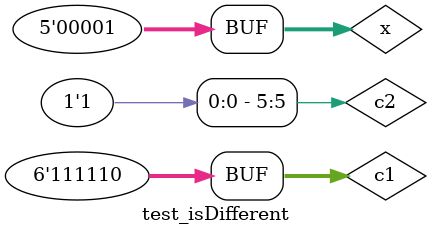
<source format=v>
/*
 * Exemplo_0805 - GATES
 * Nome Gabriel Vargas Bento de Souza
 * Matricula: 778023
*/

// -------------------------
// half adder
// -------------------------
module halfAdder (output s1, s0,
                  input  a, b);
   
   // descrever por portas
   xor XOR1 (s0, a, b);
   and AND1 (s1, a, b);

endmodule // halfAdder

// -------------------------
// full adder
// -------------------------
module fullAdder ( output s1, s0,
                   input a, b,
                   input carryIn );
   
   // temporario
   wire temp_s0, temp_s1a, temp_s1b;

   // descrever por portas e/ou modulos
   halfAdder HA1 (temp_s1a, temp_s0, a, b);
   halfAdder HA2 (temp_s1b, s0, temp_s0, carryIn);

   or        OR1 (s1, temp_s1a, temp_s1b);

endmodule // fullAdder

// -------------------------
// is Different
// -------------------------
module isDifferent ( output s,
                     input  a, b,
                     input  carryIn );

   // temporario
   wire tmp;

   // descrever por portas e/ou modulos
   xor XOR1 (tmp, a, b);
   or  OR1  (s, tmp, carryIn);

endmodule // isDifferent

// -------------------------
// main
// -------------------------
module test_isDifferent;
   
   // definir dados
   reg  [4:0] x;
   wire [5:0] c1;
   wire [5:0] c2;
   wire [4:0] carry; // “vai-um”


   not NOT0 (c1[0], x[0]);
   not NOT1 (c1[1], x[1]);
   not NOT2 (c1[2], x[2]);
   not NOT3 (c1[3], x[3]);
   not NOT4 (c1[4], x[4]);
   not NOT6 (c1[5], 0);

   fullAdder FA0 ( carry[0], c2[0], c1[0], 1'b1, 1'b0 );
   fullAdder FA1 ( carry[1], c2[1], c1[1], 1'b0, carry[0] );
   fullAdder FA2 ( carry[2], c2[2], c1[2], 1'b0, carry[1] );
   fullAdder FA3 ( carry[3], c2[3], c1[3], 1'b0, carry[2] );
   fullAdder FA4 ( carry[4], c2[4], c1[4], 1'b0, carry[3] );

   not NOT7 (c2[5], 0);
   
   // parte principal
   initial
   begin : main
      $display("Exemplo_0805 - Gabriel Vargas Bento de Souza - 778023");
      $display("ALU's c1 e c2\n");
      $display("  x        c1        c2");

      // projetar testes de diferencas
         $monitor("%5b %9b %9b", x, c1, c2);
         x = 5'b10010;
      #1 x = 5'b00000;
      #1 x = 5'b11111;
      #1 x = 5'b01001;
      #1 x = 5'b10101;
      #1 x = 5'b00001;
   end
endmodule // test_isDifferent

// -------------------------
// test
// -------------------------
/*
---------- previsao ----------

   x       c1             c2
 10010   101101  +1  =  101110
 00000   111111  +1  =  100000  // o ultimo "vai um" sera' desconsiderado
 11111   100000  +1  =  100001
 01001   110110  +1  =  110111
 10101   101010  +1  =  101011
 00001   111110  +1  =  111111

---------- execucao ----------

C:\Users\Gabriel\Desktop\CC-PUC\2Periodo\ARQ1\Tarefas\Guia08>vvp Exemplo_0805.vvp
Exemplo_0805 - Gabriel Vargas Bento de Souza - 778023
ALU's c1 e c2

  x        c1        c2
10010    101101    101110
00000    111111    100000
11111    100000    100001
01001    110110    110111
10101    101010    101011
00001    111110    111111
*/
</source>
